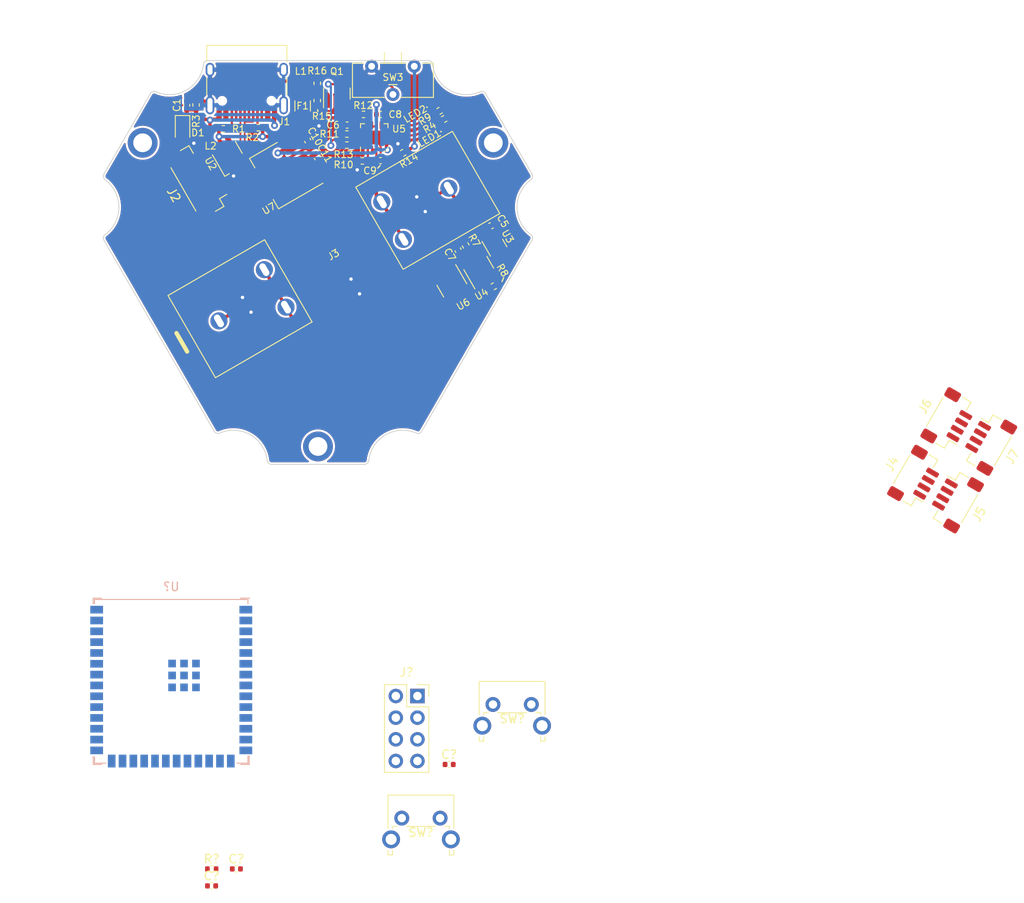
<source format=kicad_pcb>
(kicad_pcb (version 20211014) (generator pcbnew)
  (layers (0 "F.Cu" signal) (31 "B.Cu" signal) (34 "B.Paste" user) (35 "F.Paste" user) (36 "B.SilkS" user "B.Silkscreen") (37 "F.SilkS" user "F.Silkscreen") (38 "B.Mask" user) (39 "F.Mask" user) (44 "Edge.Cuts" user))
  (net 0 "")
  (net 1 "GNDPWR")
  (net 2 "Earth")
  (net 3 "GND")
  (net 4 "+BATT")
  (net 5 "+5V")
  (net 6 "Net-(C7-Pad1)")
  (net 7 "Net-(C7-Pad2)")
  (net 8 "+VSW")
  (net 9 "+3.3V")
  (net 10 "Net-(F1-Pad2)")
  (net 11 "VBUS")
  (net 12 "Net-(J1-PadA5)")
  (net 13 "USB-D+")
  (net 14 "USB-D-")
  (net 16 "Net-(J1-PadB5)")
  (net 18 "Net-(LED1-Pad1)")
  (net 19 "Net-(LED2-Pad1)")
  (net 20 "Net-(Q1-Pad1)")
  (net 21 "SYSOFF")
  (net 22 "Net-(R8-Pad2)")
  (net 23 "Net-(R9-Pad2)")
  (net 24 "Net-(R10-Pad1)")
  (net 25 "Net-(R11-Pad1)")
  (net 26 "/ILIM")
  (net 27 "Net-(R13-Pad1)")
  (net 28 "Net-(R14-Pad1)")
  (net 31 "Net-(U4-Pad1)")
  (net 32 "Net-(U4-Pad3)")
  (net 37 "I2c+")
  (net 38 "I2c-")
  (net 39 "Net-(R4-Pad2)")
  (footprint "Package_DFN_QFN:DFN-8-1EP_2x2mm_P0.5mm_EP0.7x1.3mm" (layer "F.Cu") (at 20.697754 0.008549 -60)
    (fp_text reference "U3")
    (fp_text value "MAX17048")
  )
  (footprint "Connector_JST:JST_SH_BM06B-SRSS-TB_1x06-1MP_P1.00mm_Vertical" (layer "F.Cu") (at -14.047482 -7.416533 120)
    (fp_text reference "J2")
    (fp_text value "JST SH")
  )
  (footprint "Package_TO_SOT_SMD:SOT-23-6" (layer "F.Cu") (at 18.860125 2.925684 120)
    (fp_text reference "U4")
    (fp_text value "DW01A")
  )
  (footprint "Fuse:Fuse_1206_3216Metric" (layer "F.Cu") (at -1.800001 -16.2 90)
    (fp_text reference "F1")
    (fp_text value "1.5A")
  )
  (footprint "Resistor_SMD:R_0402_1005Metric" (layer "F.Cu") (at 10 -10.7 -150)
    (fp_text reference "R14")
    (fp_text value "100 kOhm")
  )
  (footprint "LED_SMD:LED_0402_1005Metric" (layer "F.Cu") (at 15.380721 -13.729806 30)
    (fp_text reference "LED1")
    (fp_text value "green")
  )
  (footprint "Package_TO_SOT_SMD:SOT-23" (layer "F.Cu") (at 2.212502 -17.649997 90)
    (fp_text reference "Q1")
    (fp_text value "2N7002")
  )
  (footprint "Capacitor_SMD:C_0402_1005Metric" (layer "F.Cu") (at 16.429098 0.715026 -60)
    (fp_text reference "C7")
    (fp_text value "100 nF")
  )
  (footprint "Capacitor_SMD:C_0402_1005Metric" (layer "F.Cu") (at 7.330003 -15.199996)
    (fp_text reference "C8")
    (fp_text value "4.7 uF")
  )
  (footprint "Resistor_SMD:R_0402_1005Metric" (layer "F.Cu") (at 5.34 -15.199997 180)
    (fp_text reference "R12")
    (fp_text value "1k2")
  )
  (footprint "Capacitor_SMD:C_0402_1005Metric" (layer "F.Cu") (at 3.420002 -13.949997 180)
    (fp_text reference "C6")
    (fp_text value "4.7 uF")
  )
  (footprint "Inductor_SMD:L_0402_1005Metric" (layer "F.Cu") (at -2.014997 -19.099998)
    (fp_text reference "L1")
    (fp_text value "BLM15PX121SN1D")
  )
  (footprint "MountingHole:MountingHole_2.2mm_M2_ISO7380_Pad" (layer "F.Cu") (at -20.566611 -11.874136)
    (fp_text reference "H1" hide)
    (fp_text value "Frame Attach")
  )
  (footprint "Resistor_SMD:R_0402_1005Metric" (layer "F.Cu") (at 14.809074 -14.669936 -150)
    (fp_text reference "R4")
    (fp_text value "1.5 kOhm")
  )
  (footprint "Resistor_SMD:R_0402_1005Metric" (layer "F.Cu") (at -0.087499 -16.829995 90)
    (fp_text reference "R15")
    (fp_text value "100 Ohm")
  )
  (footprint "Resistor_SMD:R_0402_1005Metric" (layer "F.Cu") (at -12.462505 73.309998)
    (fp_text reference "R?")
    (fp_text value "100K")
  )
  (footprint "Connector_JST:JST_SH_BM04B-SRSS-TB_1x04-1MP_P1.00mm_Vertical" (layer "F.Cu") (at 74.690828 30.049999 -120)
    (fp_text reference "J5")
    (fp_text value "RGB PANEL")
  )
  (footprint "Diode_SMD:D_SOD-323" (layer "F.Cu") (at -15.887499 -13.570497 -90)
    (fp_text reference "D1")
    (fp_text value "BSD3C051V")
  )
  (footprint "Capacitor_SMD:C_0402_1005Metric" (layer "F.Cu") (at -1.211796 -12.126704 -60)
    (fp_text reference "C10")
    (fp_text value "1 uF")
  )
  (footprint "MountingHole:MountingHole_2.2mm_M2_ISO7380_Pad" (layer "F.Cu") (at -0.000001 23.748276)
    (fp_text reference "H3" hide)
    (fp_text value "Frame Attach")
  )
  (footprint "Resistor_SMD:R_0402_1005Metric" (layer "F.Cu") (at 3.390003 -12.899999 180)
    (fp_text reference "R11")
    (fp_text value "47k")
  )
  (footprint "Connector_JST:JST_SH_BM04B-SRSS-TB_1x04-1MP_P1.00mm_Vertical" (layer "F.Cu") (at 78.590829 23.295002 -120)
    (fp_text reference "J7")
    (fp_text value "RGB PANEL")
  )
  (footprint "Resistor_SMD:R_0402_1005Metric" (layer "F.Cu") (at -14.300001 -16.309999 -90)
    (fp_text reference "R3")
    (fp_text value "1 MOhm")
  )
  (footprint "Capacitor_SMD:C_0402_1005Metric" (layer "F.Cu") (at 7.330001 -9.779999)
    (fp_text reference "C9")
    (fp_text value "4.7 uF")
  )
  (footprint "marbastlib-various:SW_SSSS213100" (layer "F.Cu") (at 8.7925 -19.199998)
    (fp_text reference "SW3")
    (fp_text value "PWR")
  )
  (footprint "Package_DFN_QFN:VQFN-16-1EP_3x3mm_P0.5mm_EP1.6x1.6mm" (layer "F.Cu") (at 6.600002 -12.499997 90)
    (fp_text reference "U5")
    (fp_text value "BQ24075")
  )
  (footprint "Resistor_SMD:R_0402_1005Metric" (layer "F.Cu") (at -11.109999 -13.499997)
    (fp_text reference "R1")
    (fp_text value "22kOhm")
  )
  (footprint "Capacitor_SMD:C_0402_1005Metric" (layer "F.Cu") (at -9.572503 73.299999)
    (fp_text reference "C?")
    (fp_text value "22uF")
  )
  (footprint "Resistor_SMD:R_0402_1005Metric" (layer "F.Cu") (at 20.621799 4.956993 -150)
    (fp_text reference "R8")
    (fp_text value "1 kOhm")
  )
  (footprint "marbastlib-various:SOT-23-6-routable" (layer "F.Cu") (at -10.63222 -10.543364 120)
    (fp_text reference "U2")
    (fp_text value "SRV05-4")
  )
  (footprint "Capacitor_SMD:C_0402_1005Metric" (layer "F.Cu") (at -15.399997 -16.279995 90)
    (fp_text reference "C1")
    (fp_text value "100 nF")
  )
  (footprint "Capacitor_SMD:C_0402_1005Metric" (layer "F.Cu") (at -12.482503 75.289999)
    (fp_text reference "C?")
    (fp_text value "1uF")
  )
  (footprint "Inductor_SMD:L_0402_1005Metric" (layer "F.Cu") (at -12.668725 -13.114998 -90)
    (fp_text reference "L2")
    (fp_text value "BLM15PX121SN1D")
  )
  (footprint "Button_Switch_THT:SW_Tactile_SPST_Angled_PTS645Vx39-2LFS" (layer "F.Cu") (at 20.524998 54.012501)
    (fp_text reference "SW?")
    (fp_text value "RESET")
  )
  (footprint "Capacitor_SMD:C_0402_1005Metric" (layer "F.Cu") (at 20.298701 -2.142631 -150)
    (fp_text reference "C5")
    (fp_text value "100 nF")
  )
  (footprint "Resistor_SMD:R_0402_1005Metric" (layer "F.Cu") (at 17.323424 0.164046 -60)
    (fp_text reference "R7")
    (fp_text value "100 Ohm")
  )
  (footprint "Package_TO_SOT_SMD:SOT-23-6" (layer "F.Cu") (at 15.699131 4.750683 -60)
    (fp_text reference "U6")
    (fp_text value "FS8205")
  )
  (footprint "Button_Switch_THT:SW_Tactile_SPST_Angled_PTS645Vx39-2LFS" (layer "F.Cu") (at 9.827498 67.344999)
    (fp_text reference "SW?")
    (fp_text value "BOOT")
  )
  (footprint "Resistor_SMD:R_0402_1005Metric" (layer "F.Cu") (at 5.200001 -9.750001 180)
    (fp_text reference "R10")
    (fp_text value "10 kOhm")
  )
  (footprint "Resistor_SMD:R_0402_1005Metric" (layer "F.Cu") (at -6.999999 -13.649998 180)
    (fp_text reference "R2")
    (fp_text value "22kOhm")
  )
  (footprint "Capacitor_SMD:C_0402_1005Metric" (layer "F.Cu") (at 15.387497 61.049998)
    (fp_text reference "C?")
    (fp_text value "0.1uF")
  )
  (footprint "MountingHole:MountingHole_2.2mm_M2_ISO7380_Pad" (layer "F.Cu") (at 20.56661 -11.874137)
    (fp_text reference "H2" hide)
    (fp_text value "Frame Attach")
  )
  (footprint "Connector_PinSocket_2.54mm:PinSocket_2x04_P2.54mm_Vertical" (layer "F.Cu") (at 11.667496 53.020001)
    (fp_text reference "J?")
    (fp_text value "JTAG")
  )
  (footprint "Capacitor_SMD:C_0402_1005Metric" (layer "F.Cu") (at -0.066572 -10.143117 -60)
    (fp_text reference "C11")
    (fp_text value "1 uF")
  )
  (footprint "Connector_JST:JST_SH_BM04B-SRSS-TB_1x04-1MP_P1.00mm_Vertical" (layer "F.Cu") (at 70.187496 27.449999 60)
    (fp_text reference "J4")
    (fp_text value "RGB PANEL")
  )
  (footprint "Package_TO_SOT_SMD:SOT-223-3_TabPin2" (layer "F.Cu") (at -4.675001 -8.036695 -150)
    (fp_text reference "U7")
    (fp_text value "TLV1117LV33DCYR")
  )
  (footprint "Resistor_SMD:R_0402_1005Metric" (layer "F.Cu") (at 14.259073 -15.622563 -150)
    (fp_text reference "R9")
    (fp_text value "1.5 kOhm")
  )
  (footprint "Resistor_SMD:R_0402_1005Metric" (layer "F.Cu") (at 3.390001 -11.600001 180)
    (fp_text reference "R13")
    (fp_text value "1k2")
  )
  (footprint "custom:Keystone 18350 clips" (layer "F.Cu") (at 1.866024 1.232053 -150)
    (fp_text reference "J3")
    (fp_text value "Battery")
  )
  (footprint "LED_SMD:LED_0402_1005Metric" (layer "F.Cu") (at 13.730725 -16.587691 30)
    (fp_text reference "LED2")
    (fp_text value "orange")
  )
  (footprint "Resistor_SMD:R_0402_1005Metric" (layer "F.Cu") (at -0.0875 -18.849996 90)
    (fp_text reference "R16")
    (fp_text value "10 kOhm")
  )
  (footprint "Connector_USB:USB_C_Receptacle_HRO_TYPE-C-31-M-12" (layer "F.Cu") (at -8.349997 -19.399997 180)
    (fp_text reference "J1")
    (fp_text value "HRO_TYPE-C-31-M-12")
  )
  (footprint "Connector_JST:JST_SH_BM04B-SRSS-TB_1x04-1MP_P1.00mm_Vertical" (layer "F.Cu") (at 74.087497 20.695002 60)
    (fp_text reference "J6")
    (fp_text value "RGB PANEL")
  )
  (footprint "Espressif:ESP32-S3-WROOM-1U" (layer "B.Cu") (at -17.212504 51.149998 180)
    (fp_text reference "U?")
    (fp_text value "ESP32-S3-WROOM-1")
  )
  (gr_line (start 21.785828 3.934164) (end 21.589418 4.393973) (layer "F.SilkS") (width 0.15))
  (gr_line (start 0 -15.55) (end -0.05 -15.75) (layer "F.SilkS") (width 0.15))
  (gr_line (start 7 -8.9) (end 7.3 -9.2) (layer "F.SilkS") (width 0.15))
  (gr_arc (start 24.977957 -1.103708) (mid 23.350472 -4.324137) (end 24.977957 -7.544566) (layer "Edge.Cuts") (width 0.1))
  (gr_arc (start -24.977961 -7.544566) (mid -23.350477 -4.324137) (end -24.977961 -1.103708) (layer "Edge.Cuts") (width 0.1))
  (gr_arc (start 12.166492 21.975293) (mid 11.889563 22.2003) (end 11.53314 22.183402) (layer "Edge.Cuts") (width 0.1))
  (gr_line (start -19.656121 -17.651152) (end -25.114409 -8.19712) (layer "Edge.Cuts") (width 0.1))
  (gr_arc (start 12.947913 -21.524137) (mid 13.281249 -21.396812) (end 13.444818 -21.079691) (layer "Edge.Cuts") (width 0.1))
  (gr_arc (start -13.444819 -21.079692) (mid -13.281249 -21.396813) (end -12.947917 -21.524137) (layer "Edge.Cuts") (width 0.1))
  (gr_arc (start 19.022763 -17.859264) (mid 19.379187 -17.876163) (end 19.656117 -17.651153) (layer "Edge.Cuts") (width 0.1))
  (gr_arc (start 24.977957 -1.103708) (mid 25.170781 -0.803496) (end 25.114406 -0.451153) (layer "Edge.Cuts") (width 0.1))
  (gr_arc (start 5.955192 25.403831) (mid 7.930424 22.384175) (end 11.53314 22.183402) (layer "Edge.Cuts") (width 0.1))
  (gr_arc (start 5.955192 25.403831) (mid 5.791628 25.720964) (end 5.458288 25.848278) (layer "Edge.Cuts") (width 0.1))
  (gr_arc (start 19.022763 -17.859264) (mid 15.420049 -18.060037) (end 13.444818 -21.079691) (layer "Edge.Cuts") (width 0.1))
  (gr_line (start 12.166492 21.975293) (end 25.114406 -0.451153) (layer "Edge.Cuts") (width 0.1))
  (gr_line (start -5.45829 25.848278) (end 5.458288 25.848278) (layer "Edge.Cuts") (width 0.1))
  (gr_line (start 12.947913 -21.524137) (end -12.947917 -21.524137) (layer "Edge.Cuts") (width 0.1))
  (gr_arc (start -24.977961 -7.544566) (mid -25.170813 -7.844784) (end -25.114409 -8.19712) (layer "Edge.Cuts") (width 0.1))
  (gr_arc (start -11.533141 22.183403) (mid -7.930427 22.384176) (end -5.955195 25.403832) (layer "Edge.Cuts") (width 0.1))
  (gr_line (start -25.11441 -0.451153) (end -12.166494 21.975293) (layer "Edge.Cuts") (width 0.1))
  (gr_arc (start -19.656121 -17.651152) (mid -19.37919 -17.876169) (end -19.022767 -17.859263) (layer "Edge.Cuts") (width 0.1))
  (gr_arc (start 25.114407 -8.197121) (mid 25.170836 -7.844779) (end 24.977957 -7.544566) (layer "Edge.Cuts") (width 0.1))
  (gr_arc (start -5.45829 25.848278) (mid -5.791625 25.720956) (end -5.955195 25.403832) (layer "Edge.Cuts") (width 0.1))
  (gr_arc (start -25.11441 -0.451153) (mid -25.170812 -0.80349) (end -24.977961 -1.103708) (layer "Edge.Cuts") (width 0.1))
  (gr_arc (start -13.444819 -21.079692) (mid -15.420051 -18.060033) (end -19.022767 -17.859263) (layer "Edge.Cuts") (width 0.1))
  (gr_line (start 25.114407 -8.197121) (end 19.656117 -17.651153) (layer "Edge.Cuts") (width 0.1))
  (gr_arc (start -11.533141 22.183403) (mid -11.889563 22.200308) (end -12.166494 21.975293) (layer "Edge.Cuts") (width 0.1))
  (segment (start -12.668726 -14.620499) (end -13.558 -14.620497) (width 0.4) (layer "F.Cu") (net 1))
  (segment (start -13.558 -14.620497) (end -13.800001 -14.620498) (width 0.4) (layer "F.Cu") (net 1))
  (segment (start -15.887501 -14.620498) (end -13.800001 -14.620498) (width 0.4) (layer "F.Cu") (net 1))
  (segment (start -15.399993 -15.799999) (end -15.399998 -15.799997) (width 0.4) (layer "F.Cu") (net 1))
  (segment (start -12.668726 -14.620499) (end -12.100001 -14.620499) (width 0.4) (layer "F.Cu") (net 1))
  (segment (start -14.299996 -15.120495) (end -14.3 -15.799998) (width 0.4) (layer "F.Cu") (net 1))
  (segment (start -5.099999 -15.355001) (end -5.099998 -13.899996) (width 0.4) (layer "F.Cu") (net 1))
  (segment (start -14.300001 -15.799999) (end -15.399993 -15.799999) (width 0.4) (layer "F.Cu") (net 1))
  (segment (start -12.668725 -13.599999) (end -12.668726 -14.620499) (width 0.4) (layer "F.Cu") (net 1))
  (via (at -5.099998 -13.899996) (size 0.8) (drill 0.4) (layers "F.Cu" "B.Cu") (net 1))
  (via (at -12.668724 -14.53975) (size 0.8) (drill 0.4) (layers "F.Cu" "B.Cu") (net 1))
  (arc (start -11.599997 -15.120497) (mid -11.746446 -14.766945) (end -12.100001 -14.620499) (width 0.4) (layer "F.Cu") (net 1))
  (arc (start -13.800001 -14.620498) (mid -14.153553 -14.766947) (end -14.299996 -15.120495) (width 0.4) (layer "F.Cu") (net 1))
  (segment (start -5.099998 -14.131764) (end -5.099998 -13.899996) (width 0.4) (layer "B.Cu") (net 1))
  (segment (start -12.668724 -14.53975) (end -5.600001 -14.539751) (width 0.4) (layer "B.Cu") (net 1))
  (arc (start -5.600001 -14.539751) (mid -5.246451 -14.393294) (end -5.099998 -14.039724) (width 0.4) (layer "B.Cu") (net 1))
  (segment (start -15.399998 -16.759998) (end -12.669999 -16.759998) (width 0.4) (layer "F.Cu") (net 2))
  (segment (start -12.669997 -20.449998) (end -12.669998 -16.269995) (width 0.4) (layer "B.Cu") (net 2))
  (segment (start -4.029998 -20.449996) (end -12.669997 -20.449998) (width 0.4) (layer "B.Cu") (net 2))
  (segment (start -4.029998 -16.269997) (end -4.029998 -20.449996) (width 0.4) (layer "B.Cu") (net 2))
  (segment (start 20.962495 0.9671) (end 20.606247 0.350055) (width 0.25) (layer "F.Cu") (net 3))
  (segment (start 6.850002 -12.249997) (end 6.600002 -12.499997) (width 0.25) (layer "F.Cu") (net 3))
  (segment (start 7.350003 -11.457501) (end 7.307505 -11.499997) (width 0.2) (layer "F.Cu") (net 3))
  (segment (start 8.907504 -12.249997) (end 8.037503 -12.249998) (width 0.25) (layer "F.Cu") (net 3))
  (segment (start 20.048235 0.383548) (end 20.697754 0.008549) (width 0.25) (layer "F.Cu") (net 3))
  (segment (start 7.307505 -11.499997) (end 7.307506 -11.565202) (width 0.2) (layer "F.Cu") (net 3))
  (segment (start 20.866021 -1.200003) (end 21.347273 -0.366451) (width 0.25) (layer "F.Cu") (net 3))
  (segment (start 6.8273 -12.499997) (end 6.600002 -12.499997) (width 0.25) (layer "F.Cu") (net 3))
  (segment (start 21.347273 -0.366451) (end 20.697754 0.008549) (width 0.25) (layer "F.Cu") (net 3))
  (segment (start 7.562652 -13.199995) (end 7.527299 -13.199994) (width 0.2) (layer "F.Cu") (net 3))
  (segment (start 19.566983 -0.450001) (end 20.048235 0.383548) (width 0.25) (layer "F.Cu") (net 3))
  (segment (start 7.350003 -11.062496) (end 7.350003 -11.457501) (width 0.2) (layer "F.Cu") (net 3))
  (segment (start 7.612654 -13.249997) (end 7.562652 -13.199995) (width 0.2) (layer "F.Cu") (net 3))
  (segment (start 7.527299 -13.199994) (end 6.8273 -12.499997) (width 0.2) (layer "F.Cu") (net 3))
  (segment (start 6.599999 -12.272703) (end 6.600002 -12.499997) (width 0.25) (layer "F.Cu") (net 3))
  (segment (start 8.037502 -13.249997) (end 7.612654 -13.249997) (width 0.2) (layer "F.Cu") (net 3))
  (segment (start 8.037503 -12.249998) (end 6.850002 -12.249997) (width 0.25) (layer "F.Cu") (net 3))
  (segment (start 20.606247 0.350055) (end 20.697754 0.008549) (width 0.25) (layer "F.Cu") (net 3))
  (segment (start 7.307506 -11.565202) (end 6.599999 -12.272703) (width 0.2) (layer "F.Cu") (net 3))
  (via (at -14.5625 -11.824998) (size 0.8) (drill 0.4) (layers "F.Cu" "B.Cu") (net 3))
  (via (at 3.875831 4.11314) (size 0.8) (drill 0.4) (layers "F.Cu" "B.Cu") (net 3))
  (via (at 4.6 -8.7) (size 0.8) (drill 0.4) (layers "F.Cu" "B.Cu") (net 3))
  (via (at -9.900002 -7.979998) (size 0.8) (drill 0.4) (layers "F.Cu" "B.Cu") (net 3))
  (via (at 11.585123 -5.533974) (size 0.8) (drill 0.4) (layers "F.Cu" "B.Cu") (net 3))
  (via (at 4.875833 5.845191) (size 0.8) (drill 0.4) (layers "F.Cu" "B.Cu") (net 3))
  (via (at -7.853076 7.998076) (size 0.8) (drill 0.4) (layers "F.Cu" "B.Cu") (net 3))
  (via (at 12.585123 -3.801923) (size 0.8) (drill 0.4) (layers "F.Cu" "B.Cu") (net 3))
  (via (at -8.853075 6.266026) (size 0.8) (drill 0.4) (layers "F.Cu" "B.Cu") (net 3))
  (via (at 0.1125 -13.849997) (size 0.8) (drill 0.4) (layers "F.Cu" "B.Cu") (net 3))
  (via (at 9.374353 -11.763138) (size 0.8) (drill 0.4) (layers "F.Cu" "B.Cu") (net 3))
  (segment (start 8.750926 -2.742948) (end 7.480926 -4.942653) (width 0.4) (layer "F.Cu") (net 4))
  (segment (start 19.999995 -0.7) (end 20.433009 -0.95) (width 0.25) (layer "F.Cu") (net 4))
  (segment (start 6.85 -11.062496) (end 6.600003 -11.062496) (width 0.25) (layer "F.Cu") (net 4))
  (segment (start 6.600003 -11.062496) (end 6.350004 -11.062498) (width 0.25) (layer "F.Cu") (net 4))
  (segment (start 17.068423 -0.277626) (end 19.480924 -1.67049) (width 0.4) (layer "F.Cu") (net 4))
  (segment (start 15.350039 -6.552947) (end 18.496927 -1.102377) (width 0.4) (layer "F.Cu") (net 4))
  (segment (start 6.850004 -11.062495) (end 6.850005 -9.929998) (width 0.25) (layer "F.Cu") (net 4))
  (segment (start 20.433009 -0.95) (end 19.883006 -1.902631) (width 0.25) (layer "F.Cu") (net 4))
  (segment (start 10.020926 -0.543245) (end 7.480926 -4.942653) (width 0.4) (layer "F.Cu") (net 4))
  (segment (start 9.058327 -8.849998) (end 7.350002 -8.849998) (width 0.4) (layer "F.Cu") (net 4))
  (segment (start 6.850002 -9.779999) (end 6.850003 -9.93) (width 0.25) (layer "F.Cu") (net 4))
  (segment (start 9.558327 -10.445) (end 9.558327 -9.349998) (width 0.4) (layer "F.Cu") (net 4))
  (segment (start 6.850003 -9.93) (end 6.850005 -9.929998) (width 0.25) (layer "F.Cu") (net 4))
  (segment (start 15.350039 -6.552947) (end 8.750926 -2.742948) (width 0.4) (layer "F.Cu") (net 4))
  (segment (start 6.85 -5.573579) (end 6.850002 -8.349998) (width 0.4) (layer "F.Cu") (net 4))
  (segment (start 18.496927 -1.102377) (end 19.480924 -1.67049) (width 0.4) (layer "F.Cu") (net 4))
  (segment (start 19.480924 -1.67049) (end 19.883006 -1.902631) (width 0.4) (layer "F.Cu") (net 4))
  (segment (start 6.850001 -9.779999) (end 6.850002 -8.349998) (width 0.4) (layer "F.Cu") (net 4))
  (segment (start 7.480926 -4.942653) (end 6.85 -5.573579) (width 0.4) (layer "F.Cu") (net 4))
  (arc (start 9.558327 -9.349998) (mid 9.41188 -8.996445) (end 9.058327 -8.849998) (width 0.4) (layer "F.Cu") (net 4))
  (arc (start 6.850002 -8.349998) (mid 6.996449 -8.703551) (end 7.350002 -8.849998) (width 0.4) (layer "F.Cu") (net 4))
  (segment (start 5.162503 -13.249998) (end 5.162503 -13.299998) (width 0.25) (layer "F.Cu") (net 5))
  (segment (start -6.489999 -13.649998) (end -6.49 -12.599998) (width 0.4) (layer "F.Cu") (net 5))
  (segment (start 3.400002 -14.8) (end -1.800002 -14.800001) (width 0.4) (layer "F.Cu") (net 5))
  (segment (start -1.779999 -14.779997) (end -1.8 -14.799997) (width 0.4) (layer "F.Cu") (net 5))
  (segment (start 5.162501 -13.449996) (end 5.162501 -13.349997) (width 0.4) (layer "F.Cu") (net 5))
  (segment (start 3.900001 -13.949999) (end 4.6625 -13.949999) (width 0.4) (layer "F.Cu") (net 5))
  (segment (start -11.62 -13.5) (end -11.62 -12.619997) (width 0.4) (layer "F.Cu") (net 5))
  (segment (start -4.414216 -12.599998) (end -6.49 -12.599998) (width 0.4) (layer "F.Cu") (net 5))
  (segment (start -11.62 -12.619997) (end -11.599997 -12.599997) (width 0.4) (layer "F.Cu") (net 5))
  (segment (start -11.599999 -12.182351) (end -11.549107 -12.13146) (width 0.4) (layer "F.Cu") (net 5))
  (segment (start 5.162503 -13.299998) (end 5.162501 -13.349997) (width 0.25) (layer "F.Cu") (net 5))
  (segment (start 3.900003 -13.949995) (end 3.900003 -14.3) (width 0.4) (layer "F.Cu") (net 5))
  (segment (start -0.0875 -15.299998) (end -0.087499 -16.319995) (width 0.4) (layer "F.Cu") (net 5))
  (segment (start -1.8 -14.799997) (end -0.587499 -14.799997) (width 0.4) (layer "F.Cu") (net 5))
  (segment (start -11.549107 -12.13146) (end -11.21972 -11.560945) (width 0.4) (layer "F.Cu") (net 5))
  (segment (start -11.599997 -12.599997) (end -11.599999 -12.182351) (width 0.4) (layer "F.Cu") (net 5))
  (segment (start -1.800002 -14.8) (end -3.70711 -12.892892) (width 0.4) (layer "F.Cu") (net 5))
  (via (at -11.599997 -12.599997) (size 0.8) (drill 0.4) (layers "F.Cu" "B.Cu") (net 5))
  (via (at -6.49 -12.599998) (size 0.8) (drill 0.4) (layers "F.Cu" "B.Cu") (net 5))
  (arc (start -3.70711 -12.892892) (mid -4.031533 -12.676118) (end -4.414216 -12.599998) (width 0.4) (layer "F.Cu") (net 5))
  (arc (start 3.400002 -14.8) (mid 3.753555 -14.653554) (end 3.900003 -14.3) (width 0.4) (layer "F.Cu") (net 5))
  (arc (start 4.6625 -13.949999) (mid 5.016054 -13.803554) (end 5.162501 -13.449996) (width 0.4) (layer "F.Cu") (net 5))
  (arc (start -0.587499 -14.799997) (mid -0.233947 -14.946444) (end -0.0875 -15.299998) (width 0.4) (layer "F.Cu") (net 5))
  (segment (start -11.599997 -12.599997) (end -6.499997 -12.599997) (width 0.4) (layer "B.Cu") (net 5))
  (segment (start 18.291375 1.940577) (end 17.560125 0.674017) (width 0.4) (layer "F.Cu") (net 6))
  (segment (start 17.561104 0.615716) (end 16.222402 0.257011) (width 0.3) (layer "F.Cu") (net 6))
  (segment (start -11.617991 9.017053) (end -5.018879 5.207053) (width 0.4) (layer "F.Cu") (net 7))
  (segment (start 15.953103 3.290581) (end 17.468651 2.415577) (width 0.4) (layer "F.Cu") (net 7))
  (segment (start -6.288879 3.007348) (end -3.748879 7.406755) (width 0.4) (layer "F.Cu") (net 7))
  (segment (start -3.018879 8.671153) (end -3.748879 7.406755) (width 0.4) (layer "F.Cu") (net 7))
  (segment (start -5.018879 5.207053) (end -6.288879 3.007348) (width 0.4) (layer "F.Cu") (net 7))
  (segment (start 17.468651 2.415577) (end 16.737399 1.149015) (width 0.4) (layer "F.Cu") (net 7))
  (segment (start 15.953105 3.290578) (end 14.039966 -0.023076) (width 0.4) (layer "F.Cu") (net 7))
  (segment (start 13.356954 -0.206087) (end -2.335866 8.854166) (width 0.4) (layer "F.Cu") (net 7))
  (arc (start -3.018879 8.671153) (mid -2.715275 8.904115) (end -2.335866 8.854166) (width 0.4) (layer "F.Cu") (net 7))
  (arc (start 14.039966 -0.023076) (mid 13.736364 -0.256036) (end 13.356954 -0.206087) (width 0.4) (layer "F.Cu") (net 7))
  (segment (start 8.037503 -11.749997) (end 8.037505 -11.629999) (width 0.2) (layer "F.Cu") (net 8))
  (segment (start 6.850002 -16.149999) (end 6.850004 -15.199997) (width 0.4) (layer "F.Cu") (net 8))
  (segment (start -4.701747 -10.677061) (end -3.097018 -11.603555) (width 0.4) (layer "F.Cu") (net 8))
  (segment (start 6.850001 -13.937497) (end 6.850004 -15.199997) (width 0.25) (layer "F.Cu") (net 8))
  (segment (start -1.464839 -12.545894) (end -3.097018 -11.603555) (width 0.4) (layer "F.Cu") (net 8))
  (segment (start 14.150746 -16.830191) (end 14.29797 -16.915187) (width 0.4) (layer "F.Cu") (net 8))
  (segment (start 14.081004 -16.848874) (end 14.150746 -16.830191) (width 0.4) (layer "F.Cu") (net 8))
  (segment (start 8.150002 -11.037495) (end 8.037504 -11.149999) (width 0.4) (layer "F.Cu") (net 8))
  (segment (start 8.037504 -11.624997) (end 8.037503 -11.149994) (width 0.4) (layer "F.Cu") (net 8))
  (segment (start 14.980984 -16.732177) (end 16.130982 -14.740322) (width 0.4) (layer "F.Cu") (net 8))
  (segment (start 8.037503 -11.149994) (end 8.150002 -11.037495) (width 0.4) (layer "F.Cu") (net 8))
  (segment (start 6.849997 -13.789999) (end 6.350001 -13.789996) (width 0.25) (layer "F.Cu") (net 8))
  (via (at -4.701747 -10.677061) (size 0.8) (drill 0.4) (layers "F.Cu" "B.Cu") (net 8))
  (via (at 6.850002 -16.349998) (size 0.8) (drill 0.4) (layers "F.Cu" "B.Cu") (net 8))
  (via (at 8.150002 -11.037495) (size 0.8) (drill 0.4) (layers "F.Cu" "B.Cu") (net 8))
  (arc (start 14.980984 -16.732177) (mid 14.677378 -16.965137) (end 14.29797 -16.915187) (width 0.4) (layer "F.Cu") (net 8))
  (arc (start 16.130982 -14.740322) (mid 16.180935 -14.360908) (end 15.94797 -14.057304) (width 0.4) (layer "F.Cu") (net 8))
  (segment (start -4.701747 -10.677061) (end 6.35 -10.677062) (width 0.4) (layer "B.Cu") (net 8))
  (segment (start 6.850002 -13.814749) (end 6.850002 -12.249997) (width 0.4) (layer "B.Cu") (net 8))
  (segment (start 6.850002 -11.537496) (end 6.850002 -12.249997) (width 0.4) (layer "B.Cu") (net 8))
  (segment (start 6.850002 -16.149999) (end 6.850002 -13.814749) (width 0.4) (layer "B.Cu") (net 8))
  (segment (start 8.150002 -11.037495) (end 7.350004 -11.037497) (width 0.4) (layer "B.Cu") (net 8))
  (segment (start 6.850002 -11.177062) (end 6.850002 -12.249997) (width 0.4) (layer "B.Cu") (net 8))
  (arc (start 6.35 -10.677062) (mid 6.703553 -10.823509) (end 6.850002 -11.177062) (width 0.4) (layer "B.Cu") (net 8))
  (arc (start 7.350004 -11.037497) (mid 6.996447 -11.183944) (end 6.850002 -11.537496) (width 0.4) (layer "B.Cu") (net 8))
  (segment (start -11.649997 -5.91397) (end -8.243075 -7.880958) (width 0.4) (layer "F.Cu") (net 9))
  (segment (start -7.402981 -6.461695) (end -1.947018 -9.611695) (width 0.5) (layer "F.Cu") (net 9))
  (segment (start -0.30657 -10.558809) (end -1.947018 -9.611695) (width 0.4) (layer "F.Cu") (net 9))
  (segment (start -1.529998 -19.099996) (end -1.529997 -17.869998) (width 0.4) (layer "F.Cu") (net 10))
  (segment (start -6.609569 -16.85355) (end -6.046442 -16.290426) (width 0.4) (layer "F.Cu") (net 11))
  (segment (start -10.653548 -16.290426) (end -10.090424 -16.853553) (width 0.4) (layer "F.Cu") (net 11))
  (segment (start -10.799998 -15.354995) (end -10.8 -15.936873) (width 0.4) (layer "F.Cu") (net 11))
  (segment (start -6.609569 -17.146443) (end -4.948911 -18.807104) (width 0.4) (layer "F.Cu") (net 11))
  (segment (start -9.736874 -16.999999) (end -6.963125 -17.000001) (width 0.4) (layer "F.Cu") (net 11))
  (segment (start -5.899999 -15.936872) (end -5.899997 -15.354994) (width 0.4) (layer "F.Cu") (net 11))
  (segment (start -4.241802 -19.099999) (end -2.499999 -19.099998) (width 0.4) (layer "F.Cu") (net 11))
  (arc (start -6.046442 -16.290426) (mid -5.938059 -16.128214) (end -5.899999 -15.936872) (width 0.4) (layer "F.Cu") (net 11))
  (arc (start -6.963125 -17.000001) (mid -6.771784 -17.03806) (end -6.609569 -17.146443) (width 0.4) (layer "F.Cu") (net 11))
  (arc (start -9.736874 -16.999999) (mid -9.928216 -16.961935) (end -10.090424 -16.853553) (width 0.4) (layer "F.Cu") (net 11))
  (arc (start -4.241802 -19.099999) (mid -4.624487 -19.023879) (end -4.948911 -18.807104) (width 0.4) (layer "F.Cu") (net 11))
  (arc (start -10.653548 -16.290426) (mid -10.761937 -16.128214) (end -10.8 -15.936873) (width 0.4) (layer "F.Cu") (net 11))
  (arc (start -6.609569 -16.85355) (mid -6.771782 -16.961937) (end -6.963125 -17.000001) (width 0.4) (layer "F.Cu") (net 11))
  (segment (start -7.099998 -15.354998) (end -7.099999 -14.060007) (width 0.25) (layer "F.Cu") (net 12))
  (arc (start -7.510001 -13.649997) (mid -7.220087 -13.770087) (end -7.099999 -14.060007) (width 0.25) (layer "F.Cu") (net 12))
  (segment (start -8.099996 -16.329996) (end -8.1 -15.354996) (width 0.2) (layer "F.Cu") (net 13))
  (segment (start -9.049998 -16.38) (end -8.149998 -16.379998) (width 0.2) (layer "F.Cu") (net 13))
  (segment (start -8.149998 -16.379998) (end -8.099996 -16.329996) (width 0.2) (layer "F.Cu") (net 13))
  (segment (start -9.1 -16.329999) (end -9.049998 -16.38) (width 0.2) (layer "F.Cu") (net 13))
  (segment (start -13.649998 -9.378072) (end -13.308493 -9.286566) (width 0.2) (layer "F.Cu") (net 13))
  (segment (start -9.099999 -15.354997) (end -9.09851 -12.003448) (width 0.2) (layer "F.Cu") (net 13))
  (segment (start -9.099996 -15.355) (end -9.1 -16.329999) (width 0.2) (layer "F.Cu") (net 13))
  (segment (start -13.308493 -9.286566) (end -9.284838 -11.609626) (width 0.2) (layer "F.Cu") (net 13))
  (arc (start -9.501486 -11.484867) (mid -9.880892 -11.434921) (end -10.184497 -11.667882) (width 0.2) (layer "F.Cu") (net 13))
  (arc (start -9.284838 -11.609626) (mid -9.165443 -11.753323) (end -9.09851 -12.003448) (width 0.2) (layer "F.Cu") (net 13))
  (segment (start -7.599998 -14.379997) (end -7.599999 -15.354997) (width 0.2) (layer "F.Cu") (net 14))
  (segment (start -8.599998 -15.354998) (end -8.59764 -12.004432) (width 0.2) (layer "F.Cu") (net 14))
  (segment (start -8.599998 -15.354998) (end -8.599998 -14.379998) (width 0.2) (layer "F.Cu") (net 14))
  (segment (start -8.599998 -14.379998) (end -8.549996 -14.329997) (width 0.2) (layer "F.Cu") (net 14))
  (segment (start -9.221997 -10.000783) (end -9.4345 -10.368844) (width 0.2) (layer "F.Cu") (net 14))
  (segment (start -13.058492 -8.853552) (end -9.034837 -11.176611) (width 0.2) (layer "F.Cu") (net 14))
  (segment (start -8.549996 -14.329997) (end -7.649997 -14.329999) (width 0.2) (layer "F.Cu") (net 14))
  (segment (start -7.649997 -14.329999) (end -7.599998 -14.379997) (width 0.2) (layer "F.Cu") (net 14))
  (arc (start -9.251486 -11.051858) (mid -9.484445 -10.748252) (end -9.4345 -10.368844) (width 0.2) (layer "F.Cu") (net 14))
  (arc (start -9.034837 -11.176611) (mid -8.731439 -11.50403) (end -8.59764 -12.004432) (width 0.2) (layer "F.Cu") (net 14))
  (segment (start -10.099998 -13.999998) (end -10.099999 -15.355001) (width 0.25) (layer "F.Cu") (net 16))
  (arc (start -10.099998 -13.999998) (mid -10.246449 -13.646449) (end -10.6 -13.499995) (width 0.25) (layer "F.Cu") (net 16))
  (segment (start 14.895702 -13.59989) (end 15.250747 -14.924936) (width 0.25) (layer "F.Cu") (net 18))
  (segment (start 13.3757 -16.232607) (end 14.700745 -15.877564) (width 0.25) (layer "F.Cu") (net 19))
  (segment (start -0.087501 -17.839998) (end -0.087501 -18.339996) (width 0.25) (layer "F.Cu") (net 20))
  (segment (start 1.2625 -16.712498) (end 1.261134 -16.713864) (width 0.25) (layer "F.Cu") (net 20))
  (segment (start 0.813394 -17.839996) (end -0.087501 -17.839998) (width 0.25) (layer "F.Cu") (net 20))
  (segment (start -0.087498 -17.339996) (end -0.087501 -17.839998) (width 0.25) (layer "F.Cu") (net 20))
  (segment (start 1.261134 -16.713864) (end 1.261134 -17.405643) (width 0.25) (layer "F.Cu") (net 20))
  (arc (start 1.261134 -17.405643) (mid 1.092173 -17.715916) (end 0.762503 -17.839998) (width 0.25) (layer "F.Cu") (net 20))
  (segment (start 9.000001 -17.421001) (end 9.000001 -17.463497) (width 0.25) (layer "F.Cu") (net 21))
  (segment (start 2.212503 -18.587498) (end 8.312501 -18.587498) (width 0.25) (layer "F.Cu") (net 21))
  (segment (start 5.157501 -12.254997) (end 2.012499 -12.254999) (width 0.25) (layer "F.Cu") (net 21))
  (segment (start 5.162504 -12.249997) (end 5.157501 -12.254997) (width 0.25) (layer "F.Cu") (net 21))
  (segment (start 8.77693 -18.279871) (end 8.776929 -17.416569) (width 0.25) (layer "F.Cu") (net 21))
  (segment (start 1.512502 -11.754998) (end 1.512499 -11.549998) (width 0.25) (layer "F.Cu") (net 21))
  (segment (start 2.050002 -18.749997) (end 2.212503 -18.587498) (width 0.25) (layer "F.Cu") (net 21))
  (segment (start 5.162502 -12.249996) (end 5.157504 -12.254997) (width 0.25) (layer "F.Cu") (net 21))
  (segment (start 8.96443 -17.416569) (end 8.980001 -17.401) (width 0.25) (layer "F.Cu") (net 21))
  (segment (start 8.980001 -17.401) (end 9.000001 -17.421001) (width 0.25) (layer "F.Cu") (net 21))
  (segment (start 1.212501 -18.749997) (end 2.050002 -18.749997) (width 0.25) (layer "F.Cu") (net 21))
  (via (at 1.212501 -18.749997) (size 0.8) (drill 0.4) (layers "F.Cu" "B.Cu") (net 21))
  (via (at 1.512499 -11.549998) (size 0.8) (drill 0.4) (layers "F.Cu" "B.Cu") (net 21))
  (arc (start 8.312501 -18.587498) (mid 8.590286 -18.503233) (end 8.77693 -18.279871) (width 0.25) (layer "F.Cu") (net 21))
  (arc (start 1.512502 -11.754998) (mid 1.65895 -12.108549) (end 2.012499 -12.254999) (width 0.25) (layer "F.Cu") (net 21))
  (segment (start 1.212501 -18.749997) (end 1.512501 -18.449997) (width 0.25) (layer "B.Cu") (net 21))
  (segment (start 1.512501 -18.449997) (end 1.512499 -11.549998) (width 0.25) (layer "B.Cu") (net 21))
  (segment (start 19.428875 3.910787) (end 20.180126 5.211991) (width 0.4) (layer "F.Cu") (net 22))
  (segment (start 7.350002 -13.937497) (end 11.20622 -13.937498) (width 0.25) (layer "F.Cu") (net 23))
  (segment (start 11.608023 -14.091978) (end 13.8174 -15.367563) (width 0.25) (layer "F.Cu") (net 23))
  (segment (start 11.608023 -14.091978) (end 11.455902 -14.0043) (width 0.25) (layer "F.Cu") (net 23))
  (arc (start 11.455902 -14.0043) (mid 11.335452 -13.954485) (end 11.20622 -13.937498) (width 0.25) (layer "F.Cu") (net 23))
  (segment (start 5.850002 -9.749997) (end 5.850004 -11.0625) (width 0.25) (layer "F.Cu") (net 24))
  (segment (start 5.66 -9.749998) (end 5.850002 -9.749997) (width 0.25) (layer "F.Cu") (net 24))
  (segment (start 5.162503 -12.749995) (end 4.050003 -12.749999) (width 0.25) (layer "F.Cu") (net 25))
  (segment (start 4.050003 -12.749999) (end 3.900002 -12.900002) (width 0.25) (layer "F.Cu") (net 25))
  (segment (start 5.849999 -15.199997) (end 5.850002 -13.9375) (width 0.25) (layer "F.Cu") (net 26))
  (segment (start 5.850002 -13.9375) (end 5.850004 -13.937496) (width 0.25) (layer "F.Cu") (net 26))
  (segment (start 5.162499 -11.75) (end 4.050004 -11.749996) (width 0.25) (layer "F.Cu") (net 27))
  (segment (start 4.050004 -11.749996) (end 3.900002 -11.599998) (width 0.25) (layer "F.Cu") (net 27))
  (segment (start 11.31924 -11.461663) (end 10.441673 -10.955) (width 0.4) (layer "F.Cu") (net 28))
  (segment (start 11.390001 -21.139753) (end 11.656252 -20.873497) (width 0.25) (layer "F.Cu") (net 28))
  (via (at 11.31924 -11.461663) (size 0.8) (drill 0.4) (layers "F.Cu" "B.Cu") (net 28))
  (segment (start 11.31924 -20.849998) (end 11.2925 -20.849998) (width 0.4) (layer "B.Cu") (net 28))
  (segment (start 11.31924 -11.461663) (end 11.31924 -20.849998) (width 0.4) (layer "B.Cu") (net 28))
  (segment (start 18.606149 4.385785) (end 17.090607 5.260788) (width 0.4) (layer "F.Cu") (net 31))
  (segment (start 19.249833 2.700682) (end 15.30942 4.975683) (width 0.4) (layer "F.Cu") (net 32))
  (segment (start 20.2516 3.435787) (end 19.932847 2.883696) (width 0.4) (layer "F.Cu") (net 32))
  (segment (start 15.126406 5.658696) (end 15.445154 6.210784) (width 0.4) (layer "F.Cu") (net 32))
  (arc (start 15.30942 4.975683) (mid 15.076455 5.279288) (end 15.126406 5.658696) (width 0.4) (layer "F.Cu") (net 32))
  (arc (start 19.932847 2.883696) (mid 19.629242 2.650736) (end 19.249833 2.700682) (width 0.4) (layer "F.Cu") (net 32))
  (segment (start 14.325127 -14.420096) (end 11.699998 -12.904477) (width 0.25) (layer "F.Cu") (net 39))
  (segment (start 11.298199 -12.749997) (end 8.037501 -12.749997) (width 0.25) (layer "F.Cu") (net 39))
  (segment (start 11.699998 -12.904477) (end 11.54788 -12.816799) (width 0.25) (layer "F.Cu") (net 39))
  (arc (start 11.54788 -12.816799) (mid 11.427432 -12.766986) (end 11.298199 -12.749997) (width 0.25) (layer "F.Cu") (net 39))
  (zone (net 2) (net_name "Earth") (layers F&B.Cu) (priority 1) (connect_pads (clearance 0.25)) (min_thickness 0.2) (fill yes (thermal_gap 0.25) (thermal_bridge_width 0.5))
    (polygon (pts (xy -4.030003 -15.6) (xy -15.699997 -15.659998) (xy -15.699995 -22.099999) (xy -4.030001 -22.099999)))
  )
  (zone (net 3) (net_name "GND") (layers F&B.Cu) (connect_pads (clearance 0.25)) (min_thickness 0.2) (fill yes (thermal_gap 0.25) (thermal_bridge_width 0.5))
    (polygon (pts (xy 37.699995 31.377288) (xy -37.300002 31.377287) (xy -37.300003 -28.622712) (xy 37.699999 -28.622714)))
  )
  (zone (net 1) (net_name "GNDPWR") (layer "F.Cu") (priority 2) (connect_pads (clearance 0.25)) (min_thickness 0.2) (fill yes (thermal_gap 0.25) (thermal_bridge_width 0.5))
    (polygon (pts (xy -13.979999 -16.074997) (xy -13.9875 -14.349997) (xy -16.1125 -14.320497) (xy -16.112499 -16.074999)))
  )
)
</source>
